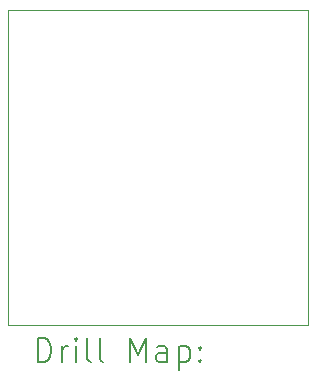
<source format=gbr>
%FSLAX45Y45*%
G04 Gerber Fmt 4.5, Leading zero omitted, Abs format (unit mm)*
G04 Created by KiCad (PCBNEW 6.0.6) date 2022-07-10 21:04:09*
%MOMM*%
%LPD*%
G01*
G04 APERTURE LIST*
%TA.AperFunction,Profile*%
%ADD10C,0.100000*%
%TD*%
%ADD11C,0.200000*%
G04 APERTURE END LIST*
D10*
X15367000Y-8826500D02*
X17907000Y-8826500D01*
X17907000Y-8826500D02*
X17907000Y-11493500D01*
X17907000Y-11493500D02*
X15367000Y-11493500D01*
X15367000Y-11493500D02*
X15367000Y-8826500D01*
D11*
X15619619Y-11808976D02*
X15619619Y-11608976D01*
X15667238Y-11608976D01*
X15695809Y-11618500D01*
X15714857Y-11637548D01*
X15724381Y-11656595D01*
X15733905Y-11694690D01*
X15733905Y-11723262D01*
X15724381Y-11761357D01*
X15714857Y-11780405D01*
X15695809Y-11799452D01*
X15667238Y-11808976D01*
X15619619Y-11808976D01*
X15819619Y-11808976D02*
X15819619Y-11675643D01*
X15819619Y-11713738D02*
X15829143Y-11694690D01*
X15838667Y-11685167D01*
X15857714Y-11675643D01*
X15876762Y-11675643D01*
X15943428Y-11808976D02*
X15943428Y-11675643D01*
X15943428Y-11608976D02*
X15933905Y-11618500D01*
X15943428Y-11628024D01*
X15952952Y-11618500D01*
X15943428Y-11608976D01*
X15943428Y-11628024D01*
X16067238Y-11808976D02*
X16048190Y-11799452D01*
X16038667Y-11780405D01*
X16038667Y-11608976D01*
X16172000Y-11808976D02*
X16152952Y-11799452D01*
X16143428Y-11780405D01*
X16143428Y-11608976D01*
X16400571Y-11808976D02*
X16400571Y-11608976D01*
X16467238Y-11751833D01*
X16533905Y-11608976D01*
X16533905Y-11808976D01*
X16714857Y-11808976D02*
X16714857Y-11704214D01*
X16705333Y-11685167D01*
X16686286Y-11675643D01*
X16648190Y-11675643D01*
X16629143Y-11685167D01*
X16714857Y-11799452D02*
X16695809Y-11808976D01*
X16648190Y-11808976D01*
X16629143Y-11799452D01*
X16619619Y-11780405D01*
X16619619Y-11761357D01*
X16629143Y-11742309D01*
X16648190Y-11732786D01*
X16695809Y-11732786D01*
X16714857Y-11723262D01*
X16810095Y-11675643D02*
X16810095Y-11875643D01*
X16810095Y-11685167D02*
X16829143Y-11675643D01*
X16867238Y-11675643D01*
X16886286Y-11685167D01*
X16895810Y-11694690D01*
X16905333Y-11713738D01*
X16905333Y-11770881D01*
X16895810Y-11789928D01*
X16886286Y-11799452D01*
X16867238Y-11808976D01*
X16829143Y-11808976D01*
X16810095Y-11799452D01*
X16991048Y-11789928D02*
X17000571Y-11799452D01*
X16991048Y-11808976D01*
X16981524Y-11799452D01*
X16991048Y-11789928D01*
X16991048Y-11808976D01*
X16991048Y-11685167D02*
X17000571Y-11694690D01*
X16991048Y-11704214D01*
X16981524Y-11694690D01*
X16991048Y-11685167D01*
X16991048Y-11704214D01*
M02*

</source>
